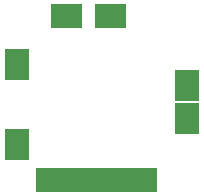
<source format=gbr>
G04 #@! TF.FileFunction,Soldermask,Bot*
%FSLAX46Y46*%
G04 Gerber Fmt 4.6, Leading zero omitted, Abs format (unit mm)*
G04 Created by KiCad (PCBNEW 4.0.2-stable) date 02-04-2017 12:22:52*
%MOMM*%
G01*
G04 APERTURE LIST*
%ADD10C,0.100000*%
%ADD11R,2.000000X1.360000*%
%ADD12R,2.000000X1.350000*%
%ADD13R,1.360000X2.000000*%
%ADD14R,1.350000X2.000000*%
G04 APERTURE END LIST*
D10*
D11*
X15235200Y-7315200D03*
D12*
X15235200Y-6045200D03*
D11*
X792200Y-10998200D03*
D12*
X792200Y-12268200D03*
D11*
X15235200Y-10109200D03*
D12*
X15235200Y-8839200D03*
D13*
X5638800Y-792200D03*
D14*
X4368800Y-792200D03*
D13*
X9347200Y-792200D03*
D14*
X8077200Y-792200D03*
X12014200Y-14600200D03*
X3124200Y-14600200D03*
X4394200Y-14600200D03*
X10744200Y-14600200D03*
X9474200Y-14600200D03*
X5664200Y-14600200D03*
X6934200Y-14600200D03*
X8204200Y-14600200D03*
D11*
X792200Y-4267200D03*
D12*
X792200Y-5537200D03*
M02*

</source>
